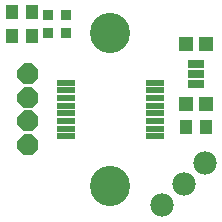
<source format=gts>
G75*
%MOIN*%
%OFA0B0*%
%FSLAX25Y25*%
%IPPOS*%
%LPD*%
%AMOC8*
5,1,8,0,0,1.08239X$1,22.5*
%
%ADD10R,0.04534X0.04652*%
%ADD11R,0.03550X0.03550*%
%ADD12R,0.04337X0.04731*%
%ADD13R,0.05400X0.02900*%
%ADD14R,0.06030X0.02211*%
%ADD15OC8,0.07000*%
%ADD16C,0.07800*%
%ADD17C,0.13400*%
D10*
X0065961Y0042831D03*
X0072850Y0042831D03*
X0072850Y0062516D03*
X0065961Y0062516D03*
D11*
X0026098Y0066453D03*
X0020193Y0066453D03*
X0020193Y0072358D03*
X0026098Y0072358D03*
D12*
X0014681Y0073343D03*
X0007988Y0073343D03*
X0007988Y0065469D03*
X0014681Y0065469D03*
X0066059Y0034957D03*
X0072752Y0034957D03*
D13*
X0069406Y0049473D03*
X0069406Y0052673D03*
X0069406Y0055873D03*
D14*
X0055803Y0049819D03*
X0055803Y0047260D03*
X0055803Y0044701D03*
X0055803Y0042142D03*
X0055803Y0039583D03*
X0055803Y0037024D03*
X0055803Y0034465D03*
X0055803Y0031906D03*
X0025921Y0031906D03*
X0025921Y0034465D03*
X0025921Y0037024D03*
X0025921Y0039583D03*
X0025921Y0042142D03*
X0025921Y0044701D03*
X0025921Y0047260D03*
X0025921Y0049819D03*
D15*
X0013303Y0029051D03*
X0013303Y0036925D03*
X0013303Y0044799D03*
X0013303Y0052673D03*
D16*
X0058216Y0009004D03*
X0065287Y0016075D03*
X0072358Y0023146D03*
D17*
X0040862Y0015272D03*
X0040862Y0066453D03*
M02*

</source>
